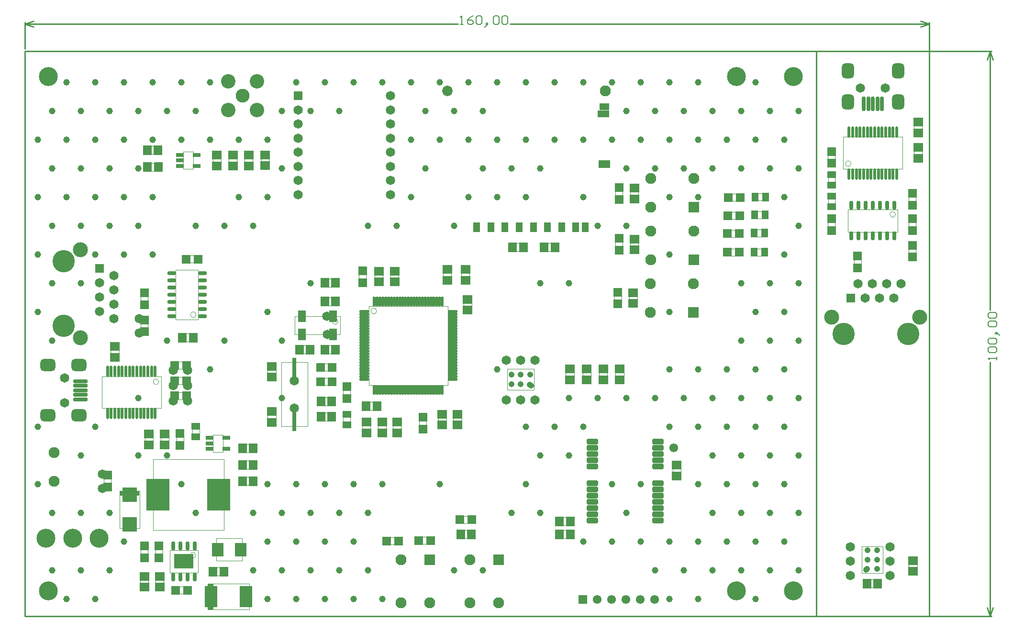
<source format=gts>
G04 Layer_Color=8388736*
%FSLAX44Y44*%
%MOMM*%
G71*
G01*
G75*
%ADD47C,0.1000*%
%ADD48C,0.2540*%
%ADD49C,0.1524*%
%ADD50R,3.5000X0.8877*%
%ADD51R,0.9819X4.6000*%
%ADD72R,1.6000X1.5000*%
%ADD73R,1.5500X1.1500*%
%ADD74C,1.0600*%
%ADD75R,1.7000X1.5500*%
%ADD76R,1.5500X1.7000*%
%ADD77R,1.5000X1.6000*%
%ADD78R,2.6000X2.5500*%
%ADD79R,2.3000X3.7000*%
%ADD80R,1.1500X1.5500*%
%ADD81R,2.1000X2.4000*%
%ADD82R,4.1000X5.6500*%
%ADD83O,0.5000X1.8000*%
%ADD84O,1.8000X0.5000*%
G04:AMPARAMS|DCode=85|XSize=0.95mm|YSize=1.95mm|CornerRadius=0.175mm|HoleSize=0mm|Usage=FLASHONLY|Rotation=270.000|XOffset=0mm|YOffset=0mm|HoleType=Round|Shape=RoundedRectangle|*
%AMROUNDEDRECTD85*
21,1,0.9500,1.6000,0,0,270.0*
21,1,0.6000,1.9500,0,0,270.0*
1,1,0.3500,-0.8000,-0.3000*
1,1,0.3500,-0.8000,0.3000*
1,1,0.3500,0.8000,0.3000*
1,1,0.3500,0.8000,-0.3000*
%
%ADD85ROUNDEDRECTD85*%
%ADD86O,0.7500X1.6000*%
%ADD87R,3.3500X2.6600*%
%ADD88R,1.3500X0.8000*%
%ADD89O,0.4500X2.0000*%
%ADD90R,0.8000X4.1500*%
%ADD91R,1.1500X1.7500*%
%ADD92R,2.1500X1.3500*%
%ADD93R,1.7000X1.1500*%
%ADD94R,2.1500X1.1500*%
%ADD95O,2.6500X0.6500*%
G04:AMPARAMS|DCode=96|XSize=2.15mm|YSize=2.65mm|CornerRadius=0.575mm|HoleSize=0mm|Usage=FLASHONLY|Rotation=270.000|XOffset=0mm|YOffset=0mm|HoleType=Round|Shape=RoundedRectangle|*
%AMROUNDEDRECTD96*
21,1,2.1500,1.5000,0,0,270.0*
21,1,1.0000,2.6500,0,0,270.0*
1,1,1.1500,-0.7500,-0.5000*
1,1,1.1500,-0.7500,0.5000*
1,1,1.1500,0.7500,0.5000*
1,1,1.1500,0.7500,-0.5000*
%
%ADD96ROUNDEDRECTD96*%
%ADD97R,1.4500X2.0500*%
%ADD98O,0.6500X2.6500*%
G04:AMPARAMS|DCode=99|XSize=2.15mm|YSize=2.65mm|CornerRadius=0.575mm|HoleSize=0mm|Usage=FLASHONLY|Rotation=180.000|XOffset=0mm|YOffset=0mm|HoleType=Round|Shape=RoundedRectangle|*
%AMROUNDEDRECTD99*
21,1,2.1500,1.5000,0,0,180.0*
21,1,1.0000,2.6500,0,0,180.0*
1,1,1.1500,-0.5000,0.7500*
1,1,1.1500,0.5000,0.7500*
1,1,1.1500,0.5000,-0.7500*
1,1,1.1500,-0.5000,-0.7500*
%
%ADD99ROUNDEDRECTD99*%
%ADD100O,1.6000X0.7500*%
%ADD101C,3.3500*%
%ADD102C,1.6500*%
%ADD103C,2.4500*%
%ADD104C,2.5500*%
%ADD105R,1.6500X1.6500*%
%ADD106C,1.5500*%
%ADD107C,1.9500*%
%ADD108R,1.9500X1.9500*%
%ADD109R,1.9500X1.9500*%
%ADD110R,1.5500X1.5500*%
%ADD111C,1.8500*%
%ADD112C,3.3500*%
%ADD113C,2.6500*%
%ADD114C,3.9500*%
%ADD115C,1.6500*%
%ADD116R,1.6500X1.6500*%
%ADD117R,1.6500X1.6500*%
%ADD118C,1.1500*%
D47*
X2022000Y1170000D02*
G03*
X2022000Y1170000I-5000J0D01*
G01*
X1702000Y738000D02*
G03*
X1702000Y738000I-5000J0D01*
G01*
X1636500Y1045000D02*
G03*
X1636500Y1045000I-5000J0D01*
G01*
X1953500Y1151500D02*
G03*
X1953500Y1151500I-5000J0D01*
G01*
X2861500Y1431000D02*
G03*
X2861500Y1431000I-5000J0D01*
G01*
X2940000Y1341000D02*
G03*
X2940000Y1341000I-5000J0D01*
G01*
X1702500Y1163750D02*
G03*
X1702500Y1163750I-5000J0D01*
G01*
X1604650Y1132600D02*
Y1155400D01*
X1617350Y1132600D02*
Y1155400D01*
X1604650Y1132600D02*
X1617350D01*
X1604650Y1155400D02*
X1617350D01*
X2820750Y1354000D02*
Y1374000D01*
X2833250Y1354000D02*
Y1374000D01*
X2820750Y1354000D02*
X2833250D01*
X2820750Y1374000D02*
X2833250D01*
X2833350Y1430600D02*
Y1453400D01*
X2820650Y1430600D02*
Y1453400D01*
X2833350D01*
X2820650Y1430600D02*
X2833350D01*
X2820650Y1311600D02*
Y1334400D01*
X2833350Y1311600D02*
Y1334400D01*
X2820650Y1311600D02*
X2833350D01*
X2820650Y1334400D02*
X2833350D01*
X2833250Y1392000D02*
Y1412000D01*
X2820750Y1392000D02*
Y1412000D01*
X2833250D01*
X2820750Y1392000D02*
X2833250D01*
X2880200Y753600D02*
X2917800D01*
X2880200Y706400D02*
X2917800D01*
X2880200D02*
Y753600D01*
X2917800Y706400D02*
Y753600D01*
X2963750Y707950D02*
X2978250D01*
X2963750Y730050D02*
X2978250D01*
X2963750Y707950D02*
Y730050D01*
X2978250Y707950D02*
Y730050D01*
X2887950Y680750D02*
Y695250D01*
X2910050Y680750D02*
Y695250D01*
X2887950D02*
X2910050D01*
X2887950Y680750D02*
X2910050D01*
X1663600Y1013650D02*
X1686400D01*
X1663600Y1026350D02*
X1686400D01*
Y1013650D02*
Y1026350D01*
X1663600Y1013650D02*
Y1026350D01*
Y1040650D02*
X1686400D01*
X1663600Y1053350D02*
X1686400D01*
Y1040650D02*
Y1053350D01*
X1663600Y1040650D02*
Y1053350D01*
Y1067650D02*
X1686400D01*
X1663600Y1080350D02*
X1686400D01*
Y1067650D02*
Y1080350D01*
X1663600Y1067650D02*
Y1080350D01*
X2316950Y1275750D02*
Y1290250D01*
X2339050Y1275750D02*
Y1290250D01*
X2316950D02*
X2339050D01*
X2316950Y1275750D02*
X2339050D01*
X2283050D02*
Y1290250D01*
X2260950Y1275750D02*
Y1290250D01*
Y1275750D02*
X2283050D01*
X2260950Y1290250D02*
X2283050D01*
X1539650Y880400D02*
X1552350D01*
X1539650Y857600D02*
X1552350D01*
Y880400D01*
X1539650Y857600D02*
Y880400D01*
X2168950Y782250D02*
X2191050D01*
X2168950Y767750D02*
X2191050D01*
X2168950D02*
Y782250D01*
X2191050Y767750D02*
Y782250D01*
X2468750Y1181950D02*
Y1204050D01*
X2483250Y1181950D02*
Y1204050D01*
X2468750Y1181950D02*
X2483250D01*
X2468750Y1204050D02*
X2483250D01*
X2470750Y1276950D02*
Y1299050D01*
X2485250Y1276950D02*
Y1299050D01*
X2470750Y1276950D02*
X2485250D01*
X2470750Y1299050D02*
X2485250D01*
X2470750Y1366950D02*
Y1389050D01*
X2485250Y1366950D02*
Y1389050D01*
X2470750Y1366950D02*
X2485250D01*
X2470750Y1389050D02*
X2485250D01*
X1829250Y1051450D02*
Y1073550D01*
X1843750Y1051450D02*
Y1073550D01*
X1829250Y1051450D02*
X1843750D01*
X1829250Y1073550D02*
X1843750D01*
Y971450D02*
Y993550D01*
X1829250Y971450D02*
Y993550D01*
X1843750D01*
X1829250Y971450D02*
X1843750D01*
X1883950Y1109250D02*
X1906050D01*
X1883950Y1094750D02*
X1906050D01*
X1883950D02*
Y1109250D01*
X1906050Y1094750D02*
Y1109250D01*
X2157750Y966950D02*
Y989050D01*
X2172250Y966950D02*
Y989050D01*
X2157750Y966950D02*
X2172250D01*
X2157750Y989050D02*
X2172250D01*
X2190250Y1169950D02*
Y1192050D01*
X2175750Y1169950D02*
Y1192050D01*
X2190250D01*
X2175750Y1169950D02*
X2190250D01*
X2033250Y1219950D02*
Y1242050D01*
X2018750Y1219950D02*
Y1242050D01*
X2033250D01*
X2018750Y1219950D02*
X2033250D01*
X2050750Y952950D02*
Y975050D01*
X2065250Y952950D02*
Y975050D01*
X2050750Y952950D02*
X2065250D01*
X2050750Y975050D02*
X2065250D01*
X2001950Y994750D02*
X2024050D01*
X2001950Y1009250D02*
X2024050D01*
Y994750D02*
Y1009250D01*
X2001950Y994750D02*
Y1009250D01*
X2061250Y1219950D02*
Y1242050D01*
X2046750Y1219950D02*
Y1242050D01*
X2061250D01*
X2046750Y1219950D02*
X2061250D01*
X2154250Y1222950D02*
Y1245050D01*
X2139750Y1222950D02*
Y1245050D01*
X2154250D01*
X2139750Y1222950D02*
X2154250D01*
X1921950Y990250D02*
X1944050D01*
X1921950Y975750D02*
X1944050D01*
X1921950D02*
Y990250D01*
X1944050Y975750D02*
Y990250D01*
X1921950Y1017250D02*
X1944050D01*
X1921950Y1002750D02*
X1944050D01*
X1921950D02*
Y1017250D01*
X1944050Y1002750D02*
Y1017250D01*
X2186250Y1222950D02*
Y1245050D01*
X2171750Y1222950D02*
Y1245050D01*
X2186250D01*
X2171750Y1222950D02*
X2186250D01*
X2130750Y966950D02*
Y989050D01*
X2145250Y966950D02*
Y989050D01*
X2130750Y966950D02*
X2145250D01*
X2130750Y989050D02*
X2145250D01*
X2011250Y952950D02*
Y975050D01*
X1996750Y952950D02*
Y975050D01*
X2011250D01*
X1996750Y952950D02*
X2011250D01*
X2039250Y952950D02*
Y975050D01*
X2024750Y952950D02*
Y975050D01*
X2039250D01*
X2024750Y952950D02*
X2039250D01*
X1928950Y1227250D02*
X1951050D01*
X1928950Y1212750D02*
X1951050D01*
X1928950D02*
Y1227250D01*
X1951050Y1212750D02*
Y1227250D01*
X1928950Y1194250D02*
X1951050D01*
X1928950Y1179750D02*
X1951050D01*
X1928950D02*
Y1194250D01*
X1951050Y1179750D02*
Y1194250D01*
X1928950Y1109250D02*
X1951050D01*
X1928950Y1094750D02*
X1951050D01*
X1928950D02*
Y1109250D01*
X1951050Y1094750D02*
Y1109250D01*
X2356750Y1046950D02*
Y1069050D01*
X2371250Y1046950D02*
Y1069050D01*
X2356750Y1046950D02*
X2371250D01*
X2356750Y1069050D02*
X2371250D01*
X2386750Y1046950D02*
Y1069050D01*
X2401250Y1046950D02*
Y1069050D01*
X2386750Y1046950D02*
X2401250D01*
X2386750Y1069050D02*
X2401250D01*
X2444750Y1046950D02*
Y1069050D01*
X2459250Y1046950D02*
Y1069050D01*
X2444750Y1046950D02*
X2459250D01*
X2444750Y1069050D02*
X2459250D01*
X2415750Y1046950D02*
Y1069050D01*
X2430250Y1046950D02*
Y1069050D01*
X2415750Y1046950D02*
X2430250D01*
X2415750Y1069050D02*
X2430250D01*
X1567500Y852000D02*
X1602500D01*
X1567500Y786000D02*
X1602500D01*
Y852000D01*
X1567500Y786000D02*
Y852000D01*
X1723500Y642000D02*
X1796500D01*
X1723500Y688000D02*
X1796500D01*
Y642000D02*
Y688000D01*
X1723500Y642000D02*
Y688000D01*
X1630750Y679950D02*
Y702050D01*
X1645250Y679950D02*
Y702050D01*
X1630750Y679950D02*
X1645250D01*
X1630750Y702050D02*
X1645250D01*
X1603750Y679950D02*
Y702050D01*
X1618250Y679950D02*
Y702050D01*
X1603750Y679950D02*
X1618250D01*
X1603750Y702050D02*
X1618250D01*
X1626250Y931950D02*
Y954050D01*
X1611750Y931950D02*
Y954050D01*
X1626250D01*
X1611750Y931950D02*
X1626250D01*
X1654250D02*
Y954050D01*
X1639750Y931950D02*
Y954050D01*
X1654250D01*
X1639750Y931950D02*
X1654250D01*
X1782950Y861750D02*
X1805050D01*
X1782950Y876250D02*
X1805050D01*
Y861750D02*
Y876250D01*
X1782950Y861750D02*
Y876250D01*
Y890750D02*
X1805050D01*
X1782950Y905250D02*
X1805050D01*
Y890750D02*
Y905250D01*
X1782950Y890750D02*
Y905250D01*
Y919750D02*
X1805050D01*
X1782950Y934250D02*
X1805050D01*
Y919750D02*
Y934250D01*
X1782950Y919750D02*
Y934250D01*
X2689000Y1280250D02*
X2709000D01*
X2689000Y1267750D02*
X2709000D01*
X2689000D02*
Y1280250D01*
X2709000Y1267750D02*
Y1280250D01*
X2709000Y1301750D02*
Y1314250D01*
X2689000Y1301750D02*
Y1314250D01*
Y1301750D02*
X2709000D01*
X2689000Y1314250D02*
X2709000D01*
X2690000Y1346250D02*
X2710000D01*
X2690000Y1333750D02*
X2710000D01*
X2690000D02*
Y1346250D01*
X2710000Y1333750D02*
Y1346250D01*
X2711000Y1365750D02*
Y1378250D01*
X2691000Y1365750D02*
Y1378250D01*
Y1365750D02*
X2711000D01*
X2691000Y1378250D02*
X2711000D01*
X1738000Y728250D02*
X1784000D01*
X1738000Y767750D02*
X1784000D01*
Y728250D02*
Y767750D01*
X1738000Y728250D02*
Y767750D01*
X1695750Y947000D02*
Y967000D01*
X1708250Y947000D02*
Y967000D01*
X1695750Y947000D02*
X1708250D01*
X1695750Y967000D02*
X1708250D01*
X1962750Y968000D02*
X1975250D01*
X1962750Y988000D02*
X1975250D01*
X1962750Y968000D02*
Y988000D01*
X1975250Y968000D02*
Y988000D01*
X1626500Y907500D02*
X1751500D01*
X1626500Y782500D02*
X1751500D01*
X1626500D02*
Y907500D01*
X1751500Y782500D02*
Y907500D01*
X2095600Y757650D02*
Y770350D01*
X2118400Y757650D02*
Y770350D01*
X2095600D02*
X2118400D01*
X2095600Y757650D02*
X2118400D01*
X2455350Y1181600D02*
Y1204400D01*
X2442650Y1181600D02*
Y1204400D01*
X2455350D01*
X2442650Y1181600D02*
X2455350D01*
X1944400Y1064150D02*
Y1076850D01*
X1921600Y1064150D02*
Y1076850D01*
Y1064150D02*
X1944400D01*
X1921600Y1076850D02*
X1944400D01*
X1921600Y1051350D02*
X1944400D01*
X1921600Y1038650D02*
X1944400D01*
X1921600D02*
Y1051350D01*
X1944400Y1038650D02*
Y1051350D01*
X1990650Y1242400D02*
X2003350D01*
X1990650Y1219600D02*
X2003350D01*
Y1242400D01*
X1990650Y1219600D02*
Y1242400D01*
X2457350Y1276600D02*
Y1299400D01*
X2444650Y1276600D02*
Y1299400D01*
X2457350D01*
X2444650Y1276600D02*
X2457350D01*
X2168600Y794650D02*
Y807350D01*
X2191400Y794650D02*
Y807350D01*
X2168600D02*
X2191400D01*
X2168600Y794650D02*
X2191400D01*
X2457350Y1366600D02*
Y1389400D01*
X2444650Y1366600D02*
Y1389400D01*
X2457350D01*
X2444650Y1366600D02*
X2457350D01*
X2641600Y1267650D02*
Y1280350D01*
X2664400Y1267650D02*
Y1280350D01*
X2641600D02*
X2664400D01*
X2641600Y1267650D02*
X2664400D01*
X2641600Y1300650D02*
X2664400D01*
X2641600Y1313350D02*
X2664400D01*
Y1300650D02*
Y1313350D01*
X2641600Y1300650D02*
Y1313350D01*
X2642600Y1332650D02*
Y1345350D01*
X2665400Y1332650D02*
Y1345350D01*
X2642600D02*
X2665400D01*
X2642600Y1332650D02*
X2665400D01*
X1975350Y1014600D02*
Y1037400D01*
X1962650Y1014600D02*
Y1037400D01*
X1975350D01*
X1962650Y1014600D02*
X1975350D01*
X2643600Y1364650D02*
Y1377350D01*
X2666400Y1364650D02*
Y1377350D01*
X2643600D02*
X2666400D01*
X2643600Y1364650D02*
X2666400D01*
X2110350Y960600D02*
Y983400D01*
X2097650Y960600D02*
Y983400D01*
X2110350D01*
X2097650Y960600D02*
X2110350D01*
X1667650Y954400D02*
X1680350D01*
X1667650Y931600D02*
X1680350D01*
Y954400D01*
X1667650Y931600D02*
Y954400D01*
X1617350Y732600D02*
Y755400D01*
X1604650Y732600D02*
Y755400D01*
X1617350D01*
X1604650Y732600D02*
X1617350D01*
X1630650Y755400D02*
X1643350D01*
X1630650Y732600D02*
X1643350D01*
Y755400D01*
X1630650Y732600D02*
Y755400D01*
X1665600Y669650D02*
X1688400D01*
X1665600Y682350D02*
X1688400D01*
Y669650D02*
Y682350D01*
X1665600Y669650D02*
Y682350D01*
X2008000Y1039000D02*
X2148000D01*
X2008000Y1179000D02*
X2148000D01*
Y1039000D02*
Y1179000D01*
X2008000Y1039000D02*
Y1179000D01*
X2253400Y1030200D02*
Y1067800D01*
X2300600Y1030200D02*
Y1067800D01*
X2253400Y1030200D02*
X2300600D01*
X2253400Y1067800D02*
X2300600D01*
X1656000Y747000D02*
X1706000D01*
X1656000Y707000D02*
X1706000D01*
Y747000D01*
X1656000Y707000D02*
Y747000D01*
X1732250Y920750D02*
X1749750D01*
X1732250Y951250D02*
X1749750D01*
Y920750D02*
Y951250D01*
X1732250Y920750D02*
Y951250D01*
X1535500Y1054000D02*
X1640500D01*
X1535500Y998000D02*
X1640500D01*
Y1054000D01*
X1535500Y998000D02*
Y1054000D01*
X1900000Y965750D02*
Y1079250D01*
X1853000Y965750D02*
Y1079250D01*
X1900000D01*
X1853000Y965750D02*
X1900000D01*
X1877500Y1160500D02*
X1957500D01*
X1877500Y1128500D02*
X1957500D01*
Y1160500D01*
X1877500Y1128500D02*
Y1160500D01*
X1730950Y701750D02*
X1753050D01*
X1730950Y716250D02*
X1753050D01*
Y701750D02*
Y716250D01*
X1730950Y701750D02*
Y716250D01*
X2038600Y756650D02*
Y769350D01*
X2061400Y756650D02*
Y769350D01*
X2038600D02*
X2061400D01*
X2038600Y756650D02*
X2061400D01*
X1566250Y1086950D02*
Y1109050D01*
X1551750Y1086950D02*
Y1109050D01*
X1566250D01*
X1551750Y1086950D02*
X1566250D01*
X2343950Y805250D02*
X2366050D01*
X2343950Y790750D02*
X2366050D01*
X2343950D02*
Y805250D01*
X2366050Y790750D02*
Y805250D01*
X2343950Y782250D02*
X2366050D01*
X2343950Y767750D02*
X2366050D01*
X2343950D02*
Y782250D01*
X2366050Y767750D02*
Y782250D01*
X2545750Y876950D02*
Y899050D01*
X2560250Y876950D02*
Y899050D01*
X2545750Y876950D02*
X2560250D01*
X2545750Y899050D02*
X2560250D01*
X1706900Y1255400D02*
Y1268100D01*
X1684100Y1255400D02*
Y1268100D01*
Y1255400D02*
X1706900D01*
X1684100Y1268100D02*
X1706900D01*
X1614950Y1432250D02*
X1637050D01*
X1614950Y1417750D02*
X1637050D01*
X1614950D02*
Y1432250D01*
X1637050Y1417750D02*
Y1432250D01*
X1614700Y1462250D02*
X1636800D01*
X1614700Y1447750D02*
X1636800D01*
X1614700D02*
Y1462250D01*
X1636800Y1447750D02*
Y1462250D01*
X1732250Y1425450D02*
Y1447550D01*
X1746750Y1425450D02*
Y1447550D01*
X1732250Y1425450D02*
X1746750D01*
X1732250Y1447550D02*
X1746750D01*
X1760250Y1425450D02*
Y1447550D01*
X1774750Y1425450D02*
Y1447550D01*
X1760250Y1425450D02*
X1774750D01*
X1760250Y1447550D02*
X1774750D01*
X1788250Y1425450D02*
Y1447550D01*
X1802750Y1425450D02*
Y1447550D01*
X1788250Y1425450D02*
X1802750D01*
X1788250Y1447550D02*
X1802750D01*
X1676950Y1115750D02*
X1699050D01*
X1676950Y1130250D02*
X1699050D01*
Y1115750D02*
Y1130250D01*
X1676950Y1115750D02*
Y1130250D01*
X2987250Y1438950D02*
Y1461050D01*
X2972750Y1438950D02*
Y1461050D01*
X2987250D01*
X2972750Y1438950D02*
X2987250D01*
Y1483950D02*
Y1506050D01*
X2972750Y1483950D02*
Y1506050D01*
X2987250D01*
X2972750Y1483950D02*
X2987250D01*
X2866650Y1245600D02*
X2879350D01*
X2866650Y1268400D02*
X2879350D01*
X2866650Y1245600D02*
Y1268400D01*
X2879350Y1245600D02*
Y1268400D01*
X1604650Y1180600D02*
X1617350D01*
X1604650Y1203400D02*
X1617350D01*
X1604650Y1180600D02*
Y1203400D01*
X1617350Y1180600D02*
Y1203400D01*
X2963650Y1287400D02*
X2976350D01*
X2963650Y1264600D02*
X2976350D01*
Y1287400D01*
X2963650Y1264600D02*
Y1287400D01*
Y1379400D02*
X2976350D01*
X2963650Y1356600D02*
X2976350D01*
Y1379400D01*
X2963650Y1356600D02*
Y1379400D01*
X1679750Y1421250D02*
X1697250D01*
X1679750Y1451750D02*
X1697250D01*
Y1421250D02*
Y1451750D01*
X1679750Y1421250D02*
Y1451750D01*
X2847500Y1422000D02*
X2952500D01*
X2847500Y1478000D02*
X2952500D01*
X2847500Y1422000D02*
Y1478000D01*
X2952500Y1422000D02*
Y1478000D01*
X2963650Y1311600D02*
X2976350D01*
X2963650Y1334400D02*
X2976350D01*
X2963650Y1311600D02*
Y1334400D01*
X2976350Y1311600D02*
Y1334400D01*
X1817750Y1425950D02*
Y1448050D01*
X1832250Y1425950D02*
Y1448050D01*
X1817750Y1425950D02*
X1832250D01*
X1817750Y1448050D02*
X1832250D01*
X2856000Y1310000D02*
Y1350000D01*
X2944000Y1310000D02*
Y1350000D01*
X2856000Y1310000D02*
X2944000D01*
X2856000Y1350000D02*
X2944000D01*
X1706500Y1154750D02*
Y1242750D01*
X1666500Y1154750D02*
Y1242750D01*
Y1154750D02*
X1706500D01*
X1666500Y1242750D02*
X1706500D01*
D48*
X3000000Y632540D02*
Y1680540D01*
X1400000Y1633810D02*
Y1680540D01*
X2258107Y1678000D02*
X3000000D01*
X1400000D02*
X2166186D01*
X2984760Y1683080D02*
X3000000Y1678000D01*
X2984760Y1672920D02*
X3000000Y1678000D01*
X1400000D02*
X1415240Y1672920D01*
X1400000Y1678000D02*
X1415240Y1683080D01*
X2803810Y1630000D02*
X3109790D01*
X2803810Y630000D02*
X3109790D01*
X3107250Y1171896D02*
Y1630000D01*
Y630000D02*
Y1079976D01*
X3102170Y1614760D02*
X3107250Y1630000D01*
X3112330Y1614760D01*
X3107250Y630000D02*
X3112330Y645240D01*
X3102170D02*
X3107250Y630000D01*
X2800000D02*
X3000000D01*
Y1630000D01*
X2800000D02*
X3000000D01*
X1400000Y630000D02*
Y1630000D01*
Y630000D02*
X2800000D01*
Y1630000D01*
X1400000D02*
X2800000D01*
D49*
X2170250Y1677750D02*
X2175328D01*
X2172789D01*
Y1692985D01*
X2170250Y1690446D01*
X2193103Y1692985D02*
X2188024Y1690446D01*
X2182946Y1685367D01*
Y1680289D01*
X2185485Y1677750D01*
X2190563D01*
X2193103Y1680289D01*
Y1682828D01*
X2190563Y1685367D01*
X2182946D01*
X2198181Y1690446D02*
X2200720Y1692985D01*
X2205798D01*
X2208338Y1690446D01*
Y1680289D01*
X2205798Y1677750D01*
X2200720D01*
X2198181Y1680289D01*
Y1690446D01*
X2215955Y1675211D02*
X2218494Y1677750D01*
Y1680289D01*
X2215955D01*
Y1677750D01*
X2218494D01*
X2215955Y1675211D01*
X2213416Y1672672D01*
X2228651Y1690446D02*
X2231190Y1692985D01*
X2236269D01*
X2238808Y1690446D01*
Y1680289D01*
X2236269Y1677750D01*
X2231190D01*
X2228651Y1680289D01*
Y1690446D01*
X2243886D02*
X2246425Y1692985D01*
X2251504D01*
X2254043Y1690446D01*
Y1680289D01*
X2251504Y1677750D01*
X2246425D01*
X2243886Y1680289D01*
Y1690446D01*
X3118931Y1084040D02*
Y1089118D01*
Y1086579D01*
X3103696D01*
X3106235Y1084040D01*
Y1096735D02*
X3103696Y1099275D01*
Y1104353D01*
X3106235Y1106892D01*
X3116392D01*
X3118931Y1104353D01*
Y1099275D01*
X3116392Y1096735D01*
X3106235D01*
Y1111971D02*
X3103696Y1114510D01*
Y1119588D01*
X3106235Y1122127D01*
X3116392D01*
X3118931Y1119588D01*
Y1114510D01*
X3116392Y1111971D01*
X3106235D01*
X3121470Y1129745D02*
X3118931Y1132284D01*
X3116392D01*
Y1129745D01*
X3118931D01*
Y1132284D01*
X3121470Y1129745D01*
X3124009Y1127206D01*
X3106235Y1142441D02*
X3103696Y1144980D01*
Y1150058D01*
X3106235Y1152597D01*
X3116392D01*
X3118931Y1150058D01*
Y1144980D01*
X3116392Y1142441D01*
X3106235D01*
Y1157676D02*
X3103696Y1160215D01*
Y1165293D01*
X3106235Y1167832D01*
X3116392D01*
X3118931Y1165293D01*
Y1160215D01*
X3116392Y1157676D01*
X3106235D01*
D50*
X1585000Y847561D02*
D03*
D51*
X1728409Y665000D02*
D03*
D72*
X1611000Y1133500D02*
D03*
Y1154500D02*
D03*
X2827000Y1452500D02*
D03*
Y1431500D02*
D03*
Y1312500D02*
D03*
Y1333500D02*
D03*
X1546000Y879500D02*
D03*
Y858500D02*
D03*
X2449000Y1203500D02*
D03*
Y1182500D02*
D03*
X1997000Y1241500D02*
D03*
Y1220500D02*
D03*
X2451000Y1298500D02*
D03*
Y1277500D02*
D03*
X2451000Y1388500D02*
D03*
Y1367500D02*
D03*
X1969000Y1036500D02*
D03*
Y1015500D02*
D03*
X2104000Y982500D02*
D03*
Y961500D02*
D03*
X1674000Y953500D02*
D03*
Y932500D02*
D03*
X1611000Y754500D02*
D03*
Y733500D02*
D03*
X1637000Y754500D02*
D03*
Y733500D02*
D03*
X2873000Y1246500D02*
D03*
Y1267500D02*
D03*
X1611000Y1181500D02*
D03*
Y1202500D02*
D03*
X2970000Y1286500D02*
D03*
Y1265500D02*
D03*
Y1378500D02*
D03*
Y1357500D02*
D03*
Y1312500D02*
D03*
Y1333500D02*
D03*
D73*
X2827000Y1354750D02*
D03*
Y1373250D02*
D03*
Y1411250D02*
D03*
Y1392750D02*
D03*
X1702000Y947750D02*
D03*
Y966250D02*
D03*
X1969000Y968750D02*
D03*
Y987250D02*
D03*
D74*
X2888000Y712000D02*
D03*
X2890750Y746500D02*
D03*
X2907250D02*
D03*
X2890750Y730000D02*
D03*
X2907250D02*
D03*
X2890000Y714000D02*
D03*
X2907250Y713500D02*
D03*
X2295000Y1038000D02*
D03*
X2260500Y1040750D02*
D03*
Y1057250D02*
D03*
X2277000Y1040750D02*
D03*
Y1057250D02*
D03*
X2293000Y1040000D02*
D03*
X2293500Y1057250D02*
D03*
D75*
X2971000Y709500D02*
D03*
Y728500D02*
D03*
X2476000Y1183500D02*
D03*
Y1202500D02*
D03*
X2478000Y1278500D02*
D03*
Y1297500D02*
D03*
X2478000Y1368500D02*
D03*
Y1387500D02*
D03*
X1836500Y1053000D02*
D03*
Y1072000D02*
D03*
Y992000D02*
D03*
Y973000D02*
D03*
X2165000Y968500D02*
D03*
Y987500D02*
D03*
X2183000Y1190500D02*
D03*
Y1171500D02*
D03*
X2026000Y1240500D02*
D03*
Y1221500D02*
D03*
X2058000Y954500D02*
D03*
Y973500D02*
D03*
X2054000Y1240500D02*
D03*
Y1221500D02*
D03*
X2147000Y1243500D02*
D03*
Y1224500D02*
D03*
X2179000Y1243500D02*
D03*
Y1224500D02*
D03*
X2138000Y968500D02*
D03*
Y987500D02*
D03*
X2004000Y973500D02*
D03*
Y954500D02*
D03*
X2032000Y973500D02*
D03*
Y954500D02*
D03*
X2364000Y1048500D02*
D03*
Y1067500D02*
D03*
X2394000Y1048500D02*
D03*
Y1067500D02*
D03*
X2452000Y1048500D02*
D03*
Y1067500D02*
D03*
X2423000Y1048500D02*
D03*
Y1067500D02*
D03*
X1638000Y681500D02*
D03*
Y700500D02*
D03*
X1611000Y681500D02*
D03*
Y700500D02*
D03*
X1619000Y952500D02*
D03*
Y933500D02*
D03*
X1647000Y952500D02*
D03*
Y933500D02*
D03*
X1559000Y1107500D02*
D03*
Y1088500D02*
D03*
X2553000Y878500D02*
D03*
Y897500D02*
D03*
X1739500Y1427000D02*
D03*
Y1446000D02*
D03*
X1767500Y1427000D02*
D03*
Y1446000D02*
D03*
X1795500Y1427000D02*
D03*
Y1446000D02*
D03*
X2980000Y1459500D02*
D03*
Y1440500D02*
D03*
Y1504500D02*
D03*
Y1485500D02*
D03*
X1825000Y1427500D02*
D03*
Y1446500D02*
D03*
D76*
X2889500Y688000D02*
D03*
X2908500D02*
D03*
X2318500Y1283000D02*
D03*
X2337500D02*
D03*
X2281500D02*
D03*
X2262500D02*
D03*
X2170500Y775000D02*
D03*
X2189500D02*
D03*
X1885500Y1102000D02*
D03*
X1904500D02*
D03*
X2022500Y1002000D02*
D03*
X2003500D02*
D03*
X1923500Y983000D02*
D03*
X1942500D02*
D03*
X1923500Y1010000D02*
D03*
X1942500D02*
D03*
X1930500Y1220000D02*
D03*
X1949500D02*
D03*
X1930500Y1187000D02*
D03*
X1949500D02*
D03*
X1930500Y1102000D02*
D03*
X1949500D02*
D03*
X1803500Y869000D02*
D03*
X1784500D02*
D03*
X1803500Y898000D02*
D03*
X1784500D02*
D03*
X1803500Y927000D02*
D03*
X1784500D02*
D03*
X1751500Y709000D02*
D03*
X1732500D02*
D03*
X2345500Y798000D02*
D03*
X2364500D02*
D03*
X2345500Y775000D02*
D03*
X2364500D02*
D03*
X1616500Y1425000D02*
D03*
X1635500D02*
D03*
X1616250Y1455000D02*
D03*
X1635250D02*
D03*
X1697500Y1123000D02*
D03*
X1678500D02*
D03*
D77*
X1685500Y1020000D02*
D03*
X1664500D02*
D03*
X1685500Y1047000D02*
D03*
X1664500D02*
D03*
X1685500Y1074000D02*
D03*
X1664500D02*
D03*
X2096500Y764000D02*
D03*
X2117500D02*
D03*
X1943500Y1070500D02*
D03*
X1922500D02*
D03*
Y1045000D02*
D03*
X1943500D02*
D03*
X2169500Y801000D02*
D03*
X2190500D02*
D03*
X2642500Y1274000D02*
D03*
X2663500D02*
D03*
X2663500Y1307000D02*
D03*
X2642500D02*
D03*
X2643500Y1339000D02*
D03*
X2664500D02*
D03*
X2644500Y1371000D02*
D03*
X2665500D02*
D03*
X1687500Y676000D02*
D03*
X1666500D02*
D03*
X2039500Y763000D02*
D03*
X2060500D02*
D03*
X1706000Y1261750D02*
D03*
X1685000D02*
D03*
D78*
X1585000Y845000D02*
D03*
Y793000D02*
D03*
D79*
X1791000Y665000D02*
D03*
X1729000D02*
D03*
D80*
X2689750Y1274000D02*
D03*
X2708250D02*
D03*
X2708250Y1308000D02*
D03*
X2689750D02*
D03*
X2690750Y1340000D02*
D03*
X2709250D02*
D03*
X2710250Y1372000D02*
D03*
X2691750D02*
D03*
D81*
X1781250Y748000D02*
D03*
X1740750D02*
D03*
D82*
X1635250Y845000D02*
D03*
X1742750D02*
D03*
D83*
X2018000Y1187250D02*
D03*
X2023000D02*
D03*
X2028000D02*
D03*
X2033000D02*
D03*
X2038000D02*
D03*
X2043000D02*
D03*
X2048000D02*
D03*
X2053000D02*
D03*
X2058000D02*
D03*
X2063000D02*
D03*
X2068000D02*
D03*
X2073000D02*
D03*
X2078000D02*
D03*
X2083000D02*
D03*
X2088000D02*
D03*
X2093000D02*
D03*
X2098000D02*
D03*
X2103000D02*
D03*
X2108000D02*
D03*
X2113000D02*
D03*
X2118000D02*
D03*
X2123000D02*
D03*
X2128000D02*
D03*
X2133000D02*
D03*
X2138000D02*
D03*
Y1030750D02*
D03*
X2133000D02*
D03*
X2128000D02*
D03*
X2123000D02*
D03*
X2118000D02*
D03*
X2113000D02*
D03*
X2108000D02*
D03*
X2103000D02*
D03*
X2098000D02*
D03*
X2093000D02*
D03*
X2088000D02*
D03*
X2083000D02*
D03*
X2078000D02*
D03*
X2073000D02*
D03*
X2068000D02*
D03*
X2063000D02*
D03*
X2058000D02*
D03*
X2053000D02*
D03*
X2048000D02*
D03*
X2043000D02*
D03*
X2038000D02*
D03*
X2033000D02*
D03*
X2028000D02*
D03*
X2023000D02*
D03*
X2018000D02*
D03*
D84*
X2156250Y1169000D02*
D03*
Y1164000D02*
D03*
Y1159000D02*
D03*
Y1154000D02*
D03*
Y1149000D02*
D03*
Y1144000D02*
D03*
Y1139000D02*
D03*
Y1134000D02*
D03*
Y1129000D02*
D03*
Y1124000D02*
D03*
Y1119000D02*
D03*
Y1114000D02*
D03*
Y1109000D02*
D03*
Y1104000D02*
D03*
Y1099000D02*
D03*
Y1094000D02*
D03*
Y1089000D02*
D03*
Y1084000D02*
D03*
Y1079000D02*
D03*
Y1074000D02*
D03*
Y1069000D02*
D03*
Y1064000D02*
D03*
Y1059000D02*
D03*
Y1054000D02*
D03*
Y1049000D02*
D03*
X1999750D02*
D03*
Y1054000D02*
D03*
Y1059000D02*
D03*
Y1064000D02*
D03*
Y1069000D02*
D03*
Y1074000D02*
D03*
Y1079000D02*
D03*
Y1084000D02*
D03*
Y1089000D02*
D03*
Y1094000D02*
D03*
Y1099000D02*
D03*
Y1104000D02*
D03*
Y1109000D02*
D03*
Y1114000D02*
D03*
Y1119000D02*
D03*
Y1124000D02*
D03*
Y1129000D02*
D03*
Y1134000D02*
D03*
Y1139000D02*
D03*
Y1144000D02*
D03*
Y1149000D02*
D03*
Y1154000D02*
D03*
Y1159000D02*
D03*
Y1164000D02*
D03*
Y1169000D02*
D03*
D85*
X2404000Y799000D02*
D03*
Y810000D02*
D03*
Y821000D02*
D03*
Y832000D02*
D03*
Y843000D02*
D03*
Y854000D02*
D03*
Y865000D02*
D03*
Y895000D02*
D03*
Y906000D02*
D03*
Y917000D02*
D03*
Y928000D02*
D03*
Y939000D02*
D03*
X2520000D02*
D03*
Y928000D02*
D03*
Y917000D02*
D03*
Y906000D02*
D03*
Y895000D02*
D03*
Y865000D02*
D03*
Y854000D02*
D03*
Y843000D02*
D03*
Y832000D02*
D03*
Y821000D02*
D03*
Y810000D02*
D03*
Y799000D02*
D03*
D86*
X1700050Y754250D02*
D03*
X1687350D02*
D03*
X1674650D02*
D03*
X1661950D02*
D03*
X1700050Y699750D02*
D03*
X1687350D02*
D03*
X1674650D02*
D03*
X1661950D02*
D03*
X2861900Y1302750D02*
D03*
X2874600D02*
D03*
X2887300D02*
D03*
X2900000D02*
D03*
X2912700D02*
D03*
X2925400D02*
D03*
X2938100D02*
D03*
X2861900Y1357250D02*
D03*
X2874600D02*
D03*
X2887300D02*
D03*
X2900000D02*
D03*
X2912700D02*
D03*
X2925400D02*
D03*
X2938100D02*
D03*
D87*
X1681000Y727000D02*
D03*
D88*
X1755750Y945500D02*
D03*
Y926500D02*
D03*
X1726250D02*
D03*
Y936000D02*
D03*
Y945500D02*
D03*
X1703250Y1446000D02*
D03*
Y1427000D02*
D03*
X1673750D02*
D03*
Y1436500D02*
D03*
Y1446000D02*
D03*
D89*
X1630250Y1063250D02*
D03*
X1623750D02*
D03*
X1617250D02*
D03*
X1610750D02*
D03*
X1604250D02*
D03*
X1597750D02*
D03*
X1591250D02*
D03*
X1584750D02*
D03*
X1578250D02*
D03*
X1571750D02*
D03*
X1565250D02*
D03*
X1558750D02*
D03*
X1552250D02*
D03*
X1545750D02*
D03*
X1630250Y988750D02*
D03*
X1623750D02*
D03*
X1617250D02*
D03*
X1610750D02*
D03*
X1604250D02*
D03*
X1597750D02*
D03*
X1591250D02*
D03*
X1584750D02*
D03*
X1578250D02*
D03*
X1571750D02*
D03*
X1565250D02*
D03*
X1558750D02*
D03*
X1552250D02*
D03*
X1545750D02*
D03*
X2857750Y1412750D02*
D03*
X2864250D02*
D03*
X2870750D02*
D03*
X2877250D02*
D03*
X2883750D02*
D03*
X2890250D02*
D03*
X2896750D02*
D03*
X2903250D02*
D03*
X2909750D02*
D03*
X2916250D02*
D03*
X2922750D02*
D03*
X2929250D02*
D03*
X2935750D02*
D03*
X2942250D02*
D03*
X2857750Y1487250D02*
D03*
X2864250D02*
D03*
X2870750D02*
D03*
X2877250D02*
D03*
X2883750D02*
D03*
X2890250D02*
D03*
X2896750D02*
D03*
X2903250D02*
D03*
X2909750D02*
D03*
X2916250D02*
D03*
X2922750D02*
D03*
X2929250D02*
D03*
X2935750D02*
D03*
X2942250D02*
D03*
D90*
X1876500Y1067000D02*
D03*
Y978000D02*
D03*
D91*
X2199200Y1318000D02*
D03*
X2390800D02*
D03*
X2374300D02*
D03*
X2349300D02*
D03*
X2324300D02*
D03*
X2299300D02*
D03*
X2274200D02*
D03*
X2249200D02*
D03*
X2224200D02*
D03*
D92*
X2425000Y1430000D02*
D03*
D93*
Y1532000D02*
D03*
D94*
X2423000Y1519000D02*
D03*
D95*
X1498000Y1014000D02*
D03*
Y1022000D02*
D03*
Y1030000D02*
D03*
Y1038000D02*
D03*
Y1046000D02*
D03*
D96*
X1495000Y1074500D02*
D03*
Y985500D02*
D03*
X1440000Y1074500D02*
D03*
Y985500D02*
D03*
D97*
X1945000Y1160500D02*
D03*
X1890000D02*
D03*
X1945000Y1128500D02*
D03*
X1890000D02*
D03*
D98*
X2884000Y1537000D02*
D03*
X2892000D02*
D03*
X2900000D02*
D03*
X2908000D02*
D03*
X2916000D02*
D03*
D99*
X2944500Y1540000D02*
D03*
X2855500D02*
D03*
X2944500Y1595000D02*
D03*
X2855500D02*
D03*
D100*
X1713750Y1160650D02*
D03*
Y1173350D02*
D03*
Y1186050D02*
D03*
Y1198750D02*
D03*
Y1211450D02*
D03*
Y1224150D02*
D03*
Y1236850D02*
D03*
X1659250Y1160650D02*
D03*
Y1173350D02*
D03*
Y1186050D02*
D03*
Y1198750D02*
D03*
Y1211450D02*
D03*
Y1224150D02*
D03*
Y1236850D02*
D03*
D101*
X1531000Y768000D02*
D03*
X1484000D02*
D03*
X1437000D02*
D03*
D102*
X1602110Y1131300D02*
D03*
Y1156700D02*
D03*
X1883250Y1526000D02*
D03*
Y1501000D02*
D03*
Y1476000D02*
D03*
Y1451000D02*
D03*
Y1426000D02*
D03*
Y1401000D02*
D03*
Y1376000D02*
D03*
X2046150Y1551000D02*
D03*
Y1526000D02*
D03*
Y1501000D02*
D03*
Y1476000D02*
D03*
Y1451000D02*
D03*
Y1426000D02*
D03*
Y1401000D02*
D03*
Y1376000D02*
D03*
X2930000Y753000D02*
D03*
Y727600D02*
D03*
Y702200D02*
D03*
X2860000D02*
D03*
Y727600D02*
D03*
Y753000D02*
D03*
X1687700Y1011110D02*
D03*
X1662300D02*
D03*
X1687700Y1038110D02*
D03*
X1662300D02*
D03*
X1687700Y1065110D02*
D03*
X1662300D02*
D03*
X1537110Y881700D02*
D03*
Y856300D02*
D03*
X2251000Y1083000D02*
D03*
X2276400D02*
D03*
X2301800D02*
D03*
Y1013000D02*
D03*
X2276400D02*
D03*
X2251000D02*
D03*
X1876500Y998000D02*
D03*
Y1047000D02*
D03*
X1470000Y1052000D02*
D03*
Y1008000D02*
D03*
X1933500Y1160500D02*
D03*
X1934500Y1128500D02*
D03*
X2922000Y1565000D02*
D03*
X2878000D02*
D03*
D103*
X1784750Y1551250D02*
D03*
D104*
X1759350Y1525850D02*
D03*
Y1576650D02*
D03*
X1810150D02*
D03*
Y1525850D02*
D03*
D105*
X1883250Y1551000D02*
D03*
D106*
X2548000Y928000D02*
D03*
X2437800Y660000D02*
D03*
X2412400D02*
D03*
X2463200D02*
D03*
X2488600D02*
D03*
X2514000D02*
D03*
D107*
X2116000Y653800D02*
D03*
X2065200D02*
D03*
Y730000D02*
D03*
X2187200D02*
D03*
Y653800D02*
D03*
X2238000D02*
D03*
X2505970Y1167820D02*
D03*
Y1218620D02*
D03*
X2582170D02*
D03*
X2583170Y1311870D02*
D03*
X2506970D02*
D03*
Y1261070D02*
D03*
X2506800Y1354000D02*
D03*
Y1404800D02*
D03*
X2583000D02*
D03*
X1451000Y869200D02*
D03*
Y920000D02*
D03*
X2427000Y1560000D02*
D03*
D108*
X2116000Y730000D02*
D03*
X2238000D02*
D03*
D109*
X2582170Y1167820D02*
D03*
X2583170Y1261070D02*
D03*
X2583000Y1354000D02*
D03*
D110*
X2387000Y660000D02*
D03*
D111*
X2147000Y1560000D02*
D03*
D112*
X2659000Y675000D02*
D03*
Y1585000D02*
D03*
X1441000Y675000D02*
D03*
X2759000D02*
D03*
Y1585000D02*
D03*
X1441000D02*
D03*
D113*
X2827000Y1159000D02*
D03*
X2983000D02*
D03*
X1497500Y1122750D02*
D03*
Y1278750D02*
D03*
D114*
X2962150Y1129550D02*
D03*
X2847850D02*
D03*
X1468050Y1257900D02*
D03*
Y1143600D02*
D03*
D115*
X2885950Y1193050D02*
D03*
X2911350D02*
D03*
X2898650Y1218450D02*
D03*
X2924050D02*
D03*
X2936750Y1193050D02*
D03*
X2873250Y1218450D02*
D03*
X2949450D02*
D03*
X1556950Y1156300D02*
D03*
Y1232500D02*
D03*
X1531550Y1169000D02*
D03*
X1556950Y1181700D02*
D03*
Y1207100D02*
D03*
X1531550Y1194400D02*
D03*
Y1219800D02*
D03*
D116*
X2860550Y1193050D02*
D03*
D117*
X1531550Y1245200D02*
D03*
D118*
X2768600Y1524000D02*
D03*
X2743200Y1473200D02*
D03*
X2768600Y1422400D02*
D03*
X2743200Y1371600D02*
D03*
X2768600Y1320800D02*
D03*
X2743200Y1270000D02*
D03*
X2768600Y1219200D02*
D03*
X2743200Y1168400D02*
D03*
X2768600Y1117600D02*
D03*
X2743200Y1066800D02*
D03*
X2768600Y1016000D02*
D03*
X2743200Y965200D02*
D03*
X2768600Y914400D02*
D03*
X2743200Y863600D02*
D03*
X2768600Y812800D02*
D03*
X2743200Y762000D02*
D03*
X2768600Y711200D02*
D03*
X2692400Y1574800D02*
D03*
X2717800Y1524000D02*
D03*
X2692400Y1473200D02*
D03*
X2717800Y1422400D02*
D03*
Y1219200D02*
D03*
X2692400Y1168400D02*
D03*
X2717800Y1117600D02*
D03*
X2692400Y1066800D02*
D03*
X2717800Y1016000D02*
D03*
X2692400Y965200D02*
D03*
X2717800Y914400D02*
D03*
X2692400Y863600D02*
D03*
X2717800Y812800D02*
D03*
X2692400Y762000D02*
D03*
X2717800Y711200D02*
D03*
X2692400Y660400D02*
D03*
X2667000Y1524000D02*
D03*
X2641600Y1473200D02*
D03*
X2667000Y1422400D02*
D03*
Y1219200D02*
D03*
Y1117600D02*
D03*
X2641600Y1066800D02*
D03*
X2667000Y1016000D02*
D03*
X2641600Y965200D02*
D03*
X2667000Y914400D02*
D03*
X2641600Y863600D02*
D03*
X2667000Y812800D02*
D03*
X2641600Y762000D02*
D03*
X2667000Y711200D02*
D03*
X2590800Y1574800D02*
D03*
X2616200Y1524000D02*
D03*
X2590800Y1473200D02*
D03*
X2616200Y1422400D02*
D03*
X2590800Y1371600D02*
D03*
Y1066800D02*
D03*
X2616200Y1016000D02*
D03*
X2590800Y965200D02*
D03*
X2616200Y914400D02*
D03*
X2590800Y863600D02*
D03*
X2616200Y812800D02*
D03*
X2590800Y762000D02*
D03*
X2616200Y711200D02*
D03*
X2590800Y660400D02*
D03*
X2540000Y1574800D02*
D03*
X2565400Y1524000D02*
D03*
X2540000Y1473200D02*
D03*
X2565400Y1422400D02*
D03*
X2540000Y1371600D02*
D03*
Y1270000D02*
D03*
Y1168400D02*
D03*
Y1066800D02*
D03*
X2565400Y1016000D02*
D03*
X2540000Y965200D02*
D03*
Y762000D02*
D03*
X2565400Y711200D02*
D03*
X2540000Y660400D02*
D03*
X2489200Y1574800D02*
D03*
X2514600Y1524000D02*
D03*
X2489200Y1473200D02*
D03*
X2514600Y1422400D02*
D03*
Y1016000D02*
D03*
X2489200Y863600D02*
D03*
Y762000D02*
D03*
X2514600Y711200D02*
D03*
X2438400Y1574800D02*
D03*
X2463800Y1524000D02*
D03*
X2438400Y1473200D02*
D03*
X2463800Y1422400D02*
D03*
Y1320800D02*
D03*
Y1016000D02*
D03*
X2438400Y863600D02*
D03*
X2463800Y812800D02*
D03*
X2438400Y762000D02*
D03*
X2387600Y1574800D02*
D03*
Y1473200D02*
D03*
Y1371600D02*
D03*
X2413000Y1320800D02*
D03*
Y1016000D02*
D03*
X2387600Y965200D02*
D03*
Y762000D02*
D03*
X2336800Y1574800D02*
D03*
Y1473200D02*
D03*
X2362200Y1219200D02*
D03*
Y1016000D02*
D03*
X2336800Y965200D02*
D03*
X2362200Y914400D02*
D03*
X2286000Y1574800D02*
D03*
Y1473200D02*
D03*
X2311400Y1422400D02*
D03*
X2286000Y1371600D02*
D03*
X2311400Y1219200D02*
D03*
X2286000Y965200D02*
D03*
X2311400Y914400D02*
D03*
X2286000Y863600D02*
D03*
X2311400Y812800D02*
D03*
X2235200Y1574800D02*
D03*
Y1473200D02*
D03*
X2260600Y1422400D02*
D03*
X2235200Y1371600D02*
D03*
Y1066800D02*
D03*
X2260600Y812800D02*
D03*
X2184400Y1574800D02*
D03*
X2209800Y1524000D02*
D03*
X2184400Y1473200D02*
D03*
X2209800Y1422400D02*
D03*
X2184400Y1371600D02*
D03*
X2209800Y711200D02*
D03*
X2133600Y1574800D02*
D03*
X2159000Y1524000D02*
D03*
X2133600Y1473200D02*
D03*
X2159000Y1320800D02*
D03*
X2133600Y863600D02*
D03*
X2159000Y711200D02*
D03*
X2082800Y1574800D02*
D03*
X2108200Y1524000D02*
D03*
X2082800Y1473200D02*
D03*
X2108200Y1422400D02*
D03*
X2082800Y1371600D02*
D03*
X2032000Y1574800D02*
D03*
X2057400Y1320800D02*
D03*
X2032000Y863600D02*
D03*
Y660400D02*
D03*
X1981200Y1574800D02*
D03*
X2006600Y1320800D02*
D03*
X1981200Y863600D02*
D03*
X2006600Y812800D02*
D03*
X1981200Y762000D02*
D03*
X2006600Y711200D02*
D03*
X1981200Y660400D02*
D03*
X1930400Y1574800D02*
D03*
X1955800Y1524000D02*
D03*
X1930400Y863600D02*
D03*
X1955800Y812800D02*
D03*
X1930400Y762000D02*
D03*
X1955800Y711200D02*
D03*
X1930400Y660400D02*
D03*
X1879600Y1574800D02*
D03*
X1905000Y1524000D02*
D03*
Y1219200D02*
D03*
X1879600Y863600D02*
D03*
X1905000Y812800D02*
D03*
X1879600Y762000D02*
D03*
X1905000Y711200D02*
D03*
X1879600Y660400D02*
D03*
X1854200Y1524000D02*
D03*
X1828800Y1473200D02*
D03*
X1854200Y1422400D02*
D03*
X1828800Y1371600D02*
D03*
Y1168400D02*
D03*
X1854200Y1117600D02*
D03*
Y1016000D02*
D03*
X1828800Y863600D02*
D03*
X1854200Y812800D02*
D03*
X1828800Y762000D02*
D03*
X1854200Y711200D02*
D03*
X1828800Y660400D02*
D03*
X1778000Y1473200D02*
D03*
Y1371600D02*
D03*
X1803400Y1320800D02*
D03*
Y812800D02*
D03*
Y711200D02*
D03*
X1727200Y1574800D02*
D03*
Y1473200D02*
D03*
X1752600Y1320800D02*
D03*
Y1117600D02*
D03*
X1727200Y1066800D02*
D03*
X1676400Y1574800D02*
D03*
X1701800Y1524000D02*
D03*
X1676400Y1473200D02*
D03*
X1701800Y1320800D02*
D03*
X1676400Y863600D02*
D03*
X1701800Y812800D02*
D03*
X1625600Y1574800D02*
D03*
X1651000Y1524000D02*
D03*
X1625600Y1473200D02*
D03*
Y1371600D02*
D03*
Y1270000D02*
D03*
X1651000Y1117600D02*
D03*
Y914400D02*
D03*
X1574800Y1574800D02*
D03*
X1600200Y1524000D02*
D03*
X1574800Y1473200D02*
D03*
X1600200Y1422400D02*
D03*
X1574800Y1371600D02*
D03*
X1600200Y1320800D02*
D03*
X1574800Y1270000D02*
D03*
X1600200Y1016000D02*
D03*
Y914400D02*
D03*
X1574800Y762000D02*
D03*
X1524000Y1574800D02*
D03*
X1549400Y1524000D02*
D03*
X1524000Y1473200D02*
D03*
X1549400Y1422400D02*
D03*
X1524000Y1371600D02*
D03*
X1549400Y1320800D02*
D03*
X1524000Y1270000D02*
D03*
Y965200D02*
D03*
X1549400Y812800D02*
D03*
Y711200D02*
D03*
X1524000Y660400D02*
D03*
X1473200Y1574800D02*
D03*
X1498600Y1524000D02*
D03*
X1473200Y1473200D02*
D03*
X1498600Y1422400D02*
D03*
X1473200Y1371600D02*
D03*
X1498600Y1320800D02*
D03*
Y1219200D02*
D03*
Y914400D02*
D03*
Y812800D02*
D03*
Y711200D02*
D03*
X1473200Y660400D02*
D03*
X1447800Y1524000D02*
D03*
X1422400Y1473200D02*
D03*
X1447800Y1422400D02*
D03*
X1422400Y1371600D02*
D03*
X1447800Y1320800D02*
D03*
X1422400Y1270000D02*
D03*
X1447800Y1219200D02*
D03*
X1422400Y1168400D02*
D03*
X1447800Y1117600D02*
D03*
X1422400Y965200D02*
D03*
Y863600D02*
D03*
X1447800Y812800D02*
D03*
Y711200D02*
D03*
M02*

</source>
